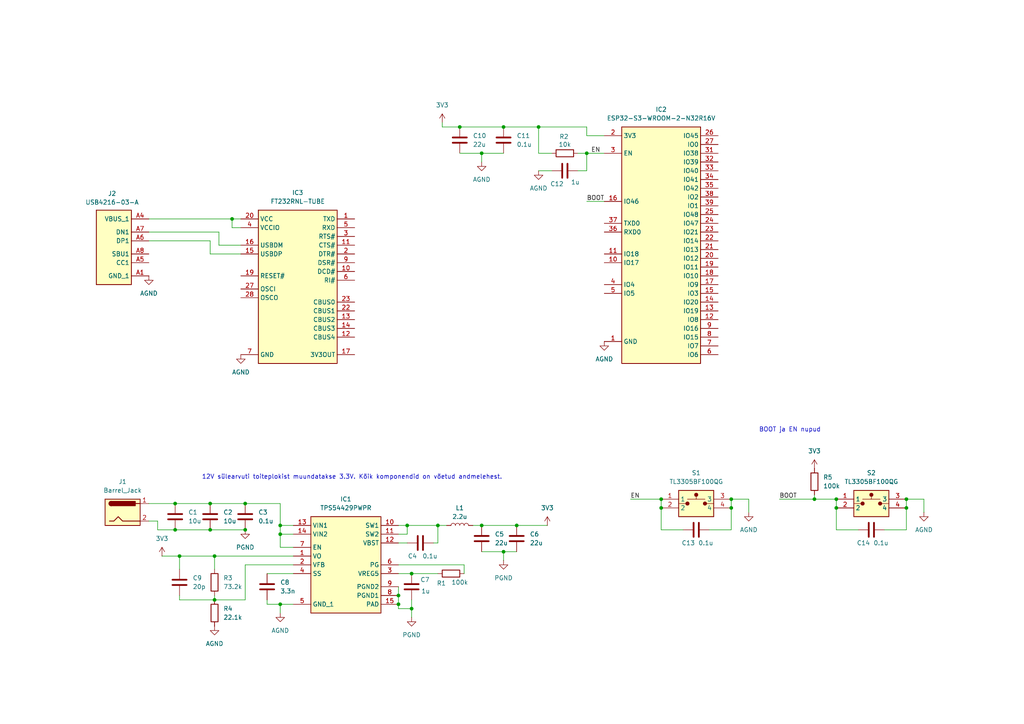
<source format=kicad_sch>
(kicad_sch (version 20250114) (generator "eeschema") (generator_version "9.0")
  (paper "A4")
  (lib_symbols
    (symbol "Connector:Barrel_Jack" (pin_names (offset 1.016))
      (property "Reference" "J" (at 0 5.334 0))
      (property "Value" "Barrel_Jack" (at 0 -5.08 0))
      (symbol "Barrel_Jack_0_1"
        (rectangle (start -5.08 3.81) (end 5.08 -3.81) (stroke (width 0.254)) (fill (type background)))
        (polyline (pts (xy -3.81 -2.54) (xy -2.54 -2.54) (xy -1.27 -1.27) (xy 0 -2.54) (xy 2.54 -2.54) (xy 5.08 -2.54)) (stroke (width 0.254)))
        (arc (start -3.302 1.905) (mid -3.9343 2.54) (end -3.302 3.175) (stroke (width 0.254)))
        (arc (start -3.302 1.905) (mid -3.9343 2.54) (end -3.302 3.175) (stroke (width 0.254)) (fill (type outline)))
        (rectangle (start 3.683 3.175) (end -3.302 1.905) (stroke (width 0.254)) (fill (type outline)))
        (polyline (pts (xy 5.08 2.54) (xy 3.81 2.54)) (stroke (width 0.254)))
      )
      (symbol "Barrel_Jack_1_1"
        (pin passive line (at 7.62 2.54 180) (length 2.54) (name "~") (number "1"))
        (pin passive line (at 7.62 -2.54 180) (length 2.54) (name "~") (number "2"))
      )
    )
    (symbol "Device:C" (pin_numbers (hide yes)) (pin_names (offset 0.254))
      (property "Reference" "C" (at 0.635 2.54 0))
      (property "Value" "C" (at 0.635 -2.54 0))
      (symbol "C_0_1"
        (polyline (pts (xy -2.032 0.762) (xy 2.032 0.762)) (stroke (width 0.508)))
        (polyline (pts (xy -2.032 -0.762) (xy 2.032 -0.762)) (stroke (width 0.508)))
      )
      (symbol "C_1_1"
        (pin passive line (at 0 3.81 270) (length 2.794) (name "~") (number "1"))
        (pin passive line (at 0 -3.81 90) (length 2.794) (name "~") (number "2"))
      )
    )
    (symbol "Device:L" (pin_numbers (hide yes)) (pin_names (offset 1.016) (hide yes))
      (property "Reference" "L" (at -1.27 0 90))
      (property "Value" "L" (at 1.905 0 90))
      (symbol "L_0_1"
        (arc (start 0 2.54) (mid 0.6323 1.905) (end 0 1.27))
        (arc (start 0 1.27) (mid 0.6323 0.635) (end 0 0))
        (arc (start 0 0) (mid 0.6323 -0.635) (end 0 -1.27))
        (arc (start 0 -1.27) (mid 0.6323 -1.905) (end 0 -2.54))
      )
      (symbol "L_1_1"
        (pin passive line (at 0 3.81 270) (length 1.27) (name "1") (number "1"))
        (pin passive line (at 0 -3.81 90) (length 1.27) (name "2") (number "2"))
      )
    )
    (symbol "Device:R" (pin_numbers (hide yes)) (pin_names (offset 0))
      (property "Reference" "R" (at 2.032 0 90))
      (property "Value" "R" (at 0 0 90))
      (symbol "R_0_1"
        (rectangle (start -1.016 -2.54) (end 1.016 2.54) (stroke (width 0.254)))
      )
      (symbol "R_1_1"
        (pin passive line (at 0 3.81 270) (length 1.27) (name "~") (number "1"))
        (pin passive line (at 0 -3.81 90) (length 1.27) (name "~") (number "2"))
      )
    )
    (symbol "ESP32-S3-WROOM-2-N32R16V:ESP32-S3-WROOM-2-N32R16V"
      (property "Reference" "IC2" (at 16.51 7.62 0))
      (property "Value" "ESP32-S3-WROOM-2-N32R16V" (at 16.51 5.08 0))
      (symbol "ESP32-S3-WROOM-2-N32R16V_1_1"
        (rectangle (start 5.08 2.54) (end 27.94 -66.04) (stroke (width 0.254)) (fill (type background)))
        (pin passive line (at 0 0 0) (length 5.08) (name "3V3") (number "2"))
        (pin passive line (at 0 -5.08 0) (length 5.08) (name "EN") (number "3"))
        (pin passive line (at 0 -19.05 0) (length 5.08) (name "IO46") (number "16"))
        (pin passive line (at 0 -25.4 0) (length 5.08) (name "TXD0") (number "37"))
        (pin passive line (at 0 -27.94 0) (length 5.08) (name "RXD0") (number "36"))
        (pin passive line (at 0 -34.29 0) (length 5.08) (name "IO18") (number "11"))
        (pin passive line (at 0 -36.83 0) (length 5.08) (name "IO17") (number "10"))
        (pin passive line (at 0 -43.18 0) (length 5.08) (name "IO4") (number "4"))
        (pin passive line (at 0 -45.72 0) (length 5.08) (name "IO5") (number "5"))
        (pin passive line (at 0 -59.69 0) (length 5.08) (name "GND") (number "1"))
        (pin passive line (at 0 -59.69 0) (length 5.08) (hide yes) (name "GND") (number "40"))
        (pin passive line (at 0 -59.69 0) (length 5.08) (hide yes) (name "GND") (number "41"))
        (pin passive line (at 0 -59.69 0) (length 5.08) (hide yes) (name "GND") (number "42"))
        (pin passive line (at 0 -59.69 0) (length 5.08) (hide yes) (name "GND") (number "43"))
        (pin passive line (at 0 -59.69 0) (length 5.08) (hide yes) (name "GND") (number "44"))
        (pin passive line (at 0 -59.69 0) (length 5.08) (hide yes) (name "GND") (number "45"))
        (pin passive line (at 0 -59.69 0) (length 5.08) (hide yes) (name "GND") (number "46"))
        (pin passive line (at 0 -59.69 0) (length 5.08) (hide yes) (name "GND") (number "47"))
        (pin passive line (at 0 -59.69 0) (length 5.08) (hide yes) (name "GND") (number "48"))
        (pin passive line (at 0 -59.69 0) (length 5.08) (hide yes) (name "GND") (number "49"))
        (pin passive line (at 0 -63.5 0) (length 5.08) (hide yes) (name "NC_1") (number "28"))
        (pin passive line (at 0 -63.5 0) (length 5.08) (hide yes) (name "NC_2") (number "29"))
        (pin passive line (at 0 -63.5 0) (length 5.08) (hide yes) (name "NC_3") (number "30"))
        (pin passive line (at 33.02 0 180) (length 5.08) (name "IO45") (number "26"))
        (pin passive line (at 33.02 -2.54 180) (length 5.08) (name "IO0") (number "27"))
        (pin passive line (at 33.02 -5.08 180) (length 5.08) (name "IO38") (number "31"))
        (pin passive line (at 33.02 -7.62 180) (length 5.08) (name "IO39") (number "32"))
        (pin passive line (at 33.02 -10.16 180) (length 5.08) (name "IO40") (number "33"))
        (pin passive line (at 33.02 -12.7 180) (length 5.08) (name "IO41") (number "34"))
        (pin passive line (at 33.02 -15.24 180) (length 5.08) (name "IO42") (number "35"))
        (pin passive line (at 33.02 -17.78 180) (length 5.08) (name "IO2") (number "38"))
        (pin passive line (at 33.02 -20.32 180) (length 5.08) (name "IO1") (number "39"))
        (pin passive line (at 33.02 -22.86 180) (length 5.08) (name "IO48") (number "25"))
        (pin passive line (at 33.02 -25.4 180) (length 5.08) (name "IO47") (number "24"))
        (pin passive line (at 33.02 -27.94 180) (length 5.08) (name "IO21") (number "23"))
        (pin passive line (at 33.02 -30.48 180) (length 5.08) (name "IO14") (number "22"))
        (pin passive line (at 33.02 -33.02 180) (length 5.08) (name "IO13") (number "21"))
        (pin passive line (at 33.02 -35.56 180) (length 5.08) (name "IO12") (number "20"))
        (pin passive line (at 33.02 -38.1 180) (length 5.08) (name "IO11") (number "19"))
        (pin passive line (at 33.02 -40.64 180) (length 5.08) (name "IO10") (number "18"))
        (pin passive line (at 33.02 -43.18 180) (length 5.08) (name "IO9") (number "17"))
        (pin passive line (at 33.02 -45.72 180) (length 5.08) (name "IO3") (number "15"))
        (pin passive line (at 33.02 -48.26 180) (length 5.08) (name "IO20") (number "14"))
        (pin passive line (at 33.02 -50.8 180) (length 5.08) (name "IO19") (number "13"))
        (pin passive line (at 33.02 -53.34 180) (length 5.08) (name "IO8") (number "12"))
        (pin passive line (at 33.02 -55.88 180) (length 5.08) (name "IO16") (number "9"))
        (pin passive line (at 33.02 -58.42 180) (length 5.08) (name "IO15") (number "8"))
        (pin passive line (at 33.02 -60.96 180) (length 5.08) (name "IO7") (number "7"))
        (pin passive line (at 33.02 -63.5 180) (length 5.08) (name "IO6") (number "6"))
      )
    )
    (symbol "FT232RNL-TUBE:FT232RNL-TUBE"
      (property "Reference" "IC3" (at 16.51 7.62 0))
      (property "Value" "FT232RNL-TUBE" (at 16.51 5.08 0))
      (symbol "FT232RNL-TUBE_1_1"
        (rectangle (start 5.08 2.54) (end 27.94 -41.91) (stroke (width 0.254)) (fill (type background)))
        (pin passive line (at 0 0 0) (length 5.08) (name "VCC") (number "20"))
        (pin passive line (at 0 -2.54 0) (length 5.08) (name "VCCIO") (number "4"))
        (pin passive line (at 0 -7.62 0) (length 5.08) (name "USBDM") (number "16"))
        (pin passive line (at 0 -10.16 0) (length 5.08) (name "USBDP") (number "15"))
        (pin passive line (at 0 -16.51 0) (length 5.08) (name "RESET#") (number "19"))
        (pin passive line (at 0 -20.32 0) (length 5.08) (name "OSCI") (number "27"))
        (pin passive line (at 0 -22.86 0) (length 5.08) (name "OSCO") (number "28"))
        (pin passive line (at 0 -35.56 0) (length 5.08) (hide yes) (name "NC_2") (number "24"))
        (pin passive line (at 0 -35.56 0) (length 5.08) (hide yes) (name "NC_1") (number "8"))
        (pin passive line (at 0 -39.37 0) (length 5.08) (hide yes) (name "GND_2") (number "18"))
        (pin passive line (at 0 -39.37 0) (length 5.08) (hide yes) (name "GND_3") (number "21"))
        (pin passive line (at 0 -39.37 0) (length 5.08) (hide yes) (name "AGND") (number "25"))
        (pin passive line (at 0 -39.37 0) (length 5.08) (name "GND") (number "7"))
        (pin passive line (at 1.27 -39.37 0) (length 5.08) (hide yes) (name "TEST") (number "26"))
        (pin passive line (at 33.02 0 180) (length 5.08) (name "TXD") (number "1"))
        (pin passive line (at 33.02 -2.54 180) (length 5.08) (name "RXD") (number "5"))
        (pin passive line (at 33.02 -5.08 180) (length 5.08) (name "RTS#") (number "3"))
        (pin passive line (at 33.02 -7.62 180) (length 5.08) (name "CTS#") (number "11"))
        (pin passive line (at 33.02 -10.16 180) (length 5.08) (name "DTR#") (number "2"))
        (pin passive line (at 33.02 -12.7 180) (length 5.08) (name "DSR#") (number "9"))
        (pin passive line (at 33.02 -15.24 180) (length 5.08) (name "DCD#") (number "10"))
        (pin passive line (at 33.02 -17.78 180) (length 5.08) (name "RI#") (number "6"))
        (pin passive line (at 33.02 -24.13 180) (length 5.08) (name "CBUS0") (number "23"))
        (pin passive line (at 33.02 -26.67 180) (length 5.08) (name "CBUS1") (number "22"))
        (pin passive line (at 33.02 -29.21 180) (length 5.08) (name "CBUS2") (number "13"))
        (pin passive line (at 33.02 -31.75 180) (length 5.08) (name "CBUS3") (number "14"))
        (pin passive line (at 33.02 -34.29 180) (length 5.08) (name "CBUS4") (number "12"))
        (pin passive line (at 33.02 -39.37 180) (length 5.08) (name "3V3OUT") (number "17"))
      )
    )
    (symbol "TL3305BF100QG:TL3305BF100QG"
      (property "Reference" "S1" (at 10.16 7.62 0))
      (property "Value" "TL3305BF100QG" (at 10.16 5.08 0))
      (symbol "TL3305BF100QG_0_1"
        (polyline (pts (xy 5.08 -1.27) (xy 7.62 -1.27)))
        (polyline (pts (xy 7.62 0) (xy 12.7 0)))
        (polyline (pts (xy 10.16 0) (xy 10.16 1.27)))
        (polyline (pts (xy 15.24 -1.27) (xy 12.7 -1.27)))
      )
      (symbol "TL3305BF100QG_1_1"
        (rectangle (start 5.08 2.54) (end 15.24 -5.08) (stroke (width 0.254)) (fill (type background)))
        (circle (center 7.62 -1.27) (radius 0.5) (fill (type outline)))
        (circle (center 10.16 1.27) (radius 0.5) (fill (type outline)))
        (circle (center 12.7 -1.27) (radius 0.5) (fill (type outline)))
        (pin passive line (at 0 0 0) (length 5.08) (name "1") (number "1"))
        (pin passive line (at 0 -2.54 0) (length 5.08) (name "2") (number "2"))
        (pin passive line (at 20.32 0 180) (length 5.08) (name "3") (number "3"))
        (pin passive line (at 20.32 -2.54 180) (length 5.08) (name "4") (number "4"))
      )
    )
    (symbol "TPS54429PWPR:TPS54429PWPR"
      (property "Reference" "IC1" (at 15.24 7.62 0))
      (property "Value" "TPS54429PWPR" (at 15.24 5.08 0))
      (symbol "TPS54429PWPR_1_1"
        (rectangle (start 5.08 2.54) (end 25.4 -25.4) (stroke (width 0.254)) (fill (type background)))
        (pin passive line (at 0 0 0) (length 5.08) (name "VIN1") (number "13"))
        (pin passive line (at 0 -2.54 0) (length 5.08) (name "VIN2") (number "14"))
        (pin passive line (at 0 -6.35 0) (length 5.08) (name "EN") (number "7"))
        (pin passive line (at 0 -8.89 0) (length 5.08) (name "VO") (number "1"))
        (pin passive line (at 0 -11.43 0) (length 5.08) (name "VFB") (number "2"))
        (pin passive line (at 0 -13.97 0) (length 5.08) (name "SS") (number "4"))
        (pin passive line (at 0 -22.86 0) (length 5.08) (name "GND_1") (number "5"))
        (pin passive line (at 30.48 0 180) (length 5.08) (name "SW1") (number "10"))
        (pin passive line (at 30.48 -2.54 180) (length 5.08) (name "SW2") (number "11"))
        (pin passive line (at 30.48 -5.08 180) (length 5.08) (name "VBST") (number "12"))
        (pin passive line (at 30.48 -11.43 180) (length 5.08) (name "PG") (number "6"))
        (pin passive line (at 30.48 -13.97 180) (length 5.08) (name "VREG5") (number "3"))
        (pin passive line (at 30.48 -17.78 180) (length 5.08) (name "PGND2") (number "9"))
        (pin passive line (at 30.48 -20.32 180) (length 5.08) (name "PGND1") (number "8"))
        (pin passive line (at 30.48 -22.86 180) (length 5.08) (name "PAD") (number "15"))
      )
    )
    (symbol "USB4216-03-A:USB4216-03-A"
      (property "Reference" "J2" (at 22.352 7.366 0))
      (property "Value" "USB4216-03-A" (at 22.352 4.826 0))
      (symbol "USB4216-03-A_1_1"
        (rectangle (start 17.78 2.54) (end 27.94 -19.05) (stroke (width 0.254)) (fill (type background)))
        (pin passive line (at 33.02 0 180) (length 5.08) (name "VBUS_1") (number "A4"))
        (pin passive line (at 33.02 0 180) (length 5.08) (hide yes) (name "VBUS_2") (number "B4"))
        (pin passive line (at 33.02 -3.81 180) (length 5.08) (name "DN1") (number "A7"))
        (pin passive line (at 33.02 -3.81 180) (length 5.08) (hide yes) (name "DN2") (number "B7"))
        (pin passive line (at 33.02 -6.35 180) (length 5.08) (name "DP1") (number "A6"))
        (pin passive line (at 33.02 -6.35 180) (length 5.08) (hide yes) (name "DP2") (number "B6"))
        (pin passive line (at 33.02 -10.16 180) (length 5.08) (name "SBU1") (number "A8"))
        (pin passive line (at 33.02 -10.16 180) (length 5.08) (hide yes) (name "SBU2") (number "B8"))
        (pin passive line (at 33.02 -12.7 180) (length 5.08) (name "CC1") (number "A5"))
        (pin passive line (at 33.02 -12.7 180) (length 5.08) (hide yes) (name "CC2") (number "B5"))
        (pin passive line (at 33.02 -16.51 180) (length 5.08) (name "GND_1") (number "A1"))
        (pin passive line (at 33.02 -16.51 180) (length 5.08) (hide yes) (name "GND_2") (number "B1"))
        (pin passive line (at 33.02 -16.51 180) (length 5.08) (hide yes) (name "GND_3") (number "G1"))
        (pin passive line (at 33.02 -16.51 180) (length 5.08) (hide yes) (name "GND_4") (number "G2"))
        (pin passive line (at 33.02 -16.51 180) (length 5.08) (hide yes) (name "GND_5") (number "G3"))
        (pin passive line (at 33.02 -16.51 180) (length 5.08) (hide yes) (name "GND_6") (number "G4"))
      )
    )
    (symbol "power:GND" (power) (pin_numbers (hide yes)) (pin_names (offset 0) (hide yes))
      (property "Value" "GND" (at 0 -3.81 0))
      (symbol "GND_0_1"
        (polyline (pts (xy 0 0) (xy 0 -1.27) (xy 1.27 -1.27) (xy 0 -2.54) (xy -1.27 -1.27) (xy 0 -1.27)))
      )
      (symbol "GND_1_1"
        (pin power_in line (at 0 0 270) (length 0) (name "~") (number "1"))
      )
    )
    (symbol "power:VCC" (power) (pin_numbers (hide yes)) (pin_names (offset 0) (hide yes))
      (property "Value" "VCC" (at 0 3.556 0))
      (symbol "VCC_0_1"
        (polyline (pts (xy -0.762 1.27) (xy 0 2.54)))
        (polyline (pts (xy 0 2.54) (xy 0.762 1.27)))
        (polyline (pts (xy 0 0) (xy 0 2.54)))
      )
      (symbol "VCC_1_1"
        (pin power_in line (at 0 0 90) (length 0) (name "~") (number "1"))
      )
    )
  )
  (text "BOOT ja EN nupud" (at 229.108 124.714 0) (effects (font (size 1.27 1.27))))
  (text "12V sülearvuti toiteplokist muundatakse 3.3V. Kõik komponendid on võetud andmelehest." (at 102.108 138.43 0) (effects (font (size 1.27 1.27))))
  (junction (at 156.21 36.83))
  (junction (at 81.28 154.94))
  (junction (at 146.05 36.83))
  (junction (at 119.38 176.53))
  (junction (at 242.57 144.78))
  (junction (at 119.38 166.37))
  (junction (at 146.05 160.02))
  (junction (at 139.7 44.45))
  (junction (at 115.57 175.26))
  (junction (at 50.8 153.67))
  (junction (at 71.12 146.05))
  (junction (at 50.8 146.05))
  (junction (at 52.07 161.29))
  (junction (at 62.23 161.29))
  (junction (at 60.96 153.67))
  (junction (at 81.28 175.26))
  (junction (at 62.23 173.99))
  (junction (at 212.09 144.78))
  (junction (at 139.7 152.4))
  (junction (at 71.12 153.67))
  (junction (at 133.35 36.83))
  (junction (at 60.96 146.05))
  (junction (at 170.18 44.45))
  (junction (at 236.22 144.78))
  (junction (at 191.77 144.78))
  (junction (at 191.77 147.32))
  (junction (at 115.57 172.72))
  (junction (at 262.89 147.32))
  (junction (at 127 152.4))
  (junction (at 81.28 152.4))
  (junction (at 262.89 144.78))
  (junction (at 212.09 147.32))
  (junction (at 118.11 152.4))
  (junction (at 149.86 152.4))
  (junction (at 67.31 63.5))
  (junction (at 242.57 147.32))
  (wire (pts (xy 167.64 44.45) (xy 170.18 44.45)))
  (wire (pts (xy 160.02 44.45) (xy 156.21 44.45)))
  (wire (pts (xy 71.12 163.83) (xy 85.09 163.83)))
  (wire (pts (xy 139.7 160.02) (xy 146.05 160.02)))
  (wire (pts (xy 170.18 44.45) (xy 170.18 49.53)))
  (wire (pts (xy 242.57 153.67) (xy 248.92 153.67)))
  (wire (pts (xy 119.38 173.99) (xy 119.38 176.53)))
  (wire (pts (xy 170.18 58.42) (xy 175.26 58.42)))
  (wire (pts (xy 127 157.48) (xy 127 152.4)))
  (wire (pts (xy 170.18 39.37) (xy 175.26 39.37)))
  (wire (pts (xy 50.8 146.05) (xy 60.96 146.05)))
  (wire (pts (xy 43.18 63.5) (xy 67.31 63.5)))
  (wire (pts (xy 170.18 36.83) (xy 170.18 39.37)))
  (wire (pts (xy 81.28 152.4) (xy 81.28 154.94)))
  (wire (pts (xy 119.38 179.07) (xy 119.38 176.53)))
  (wire (pts (xy 139.7 44.45) (xy 146.05 44.45)))
  (wire (pts (xy 52.07 173.99) (xy 62.23 173.99)))
  (wire (pts (xy 43.18 146.05) (xy 50.8 146.05)))
  (wire (pts (xy 139.7 152.4) (xy 149.86 152.4)))
  (wire (pts (xy 256.54 153.67) (xy 262.89 153.67)))
  (wire (pts (xy 45.72 151.13) (xy 45.72 153.67)))
  (wire (pts (xy 146.05 36.83) (xy 156.21 36.83)))
  (wire (pts (xy 115.57 163.83) (xy 134.62 163.83)))
  (wire (pts (xy 81.28 158.75) (xy 85.09 158.75)))
  (wire (pts (xy 170.18 49.53) (xy 167.64 49.53)))
  (wire (pts (xy 81.28 154.94) (xy 81.28 158.75)))
  (wire (pts (xy 236.22 143.51) (xy 236.22 144.78)))
  (wire (pts (xy 115.57 172.72) (xy 115.57 175.26)))
  (wire (pts (xy 77.47 173.99) (xy 77.47 175.26)))
  (wire (pts (xy 67.31 63.5) (xy 69.85 63.5)))
  (wire (pts (xy 149.86 152.4) (xy 158.75 152.4)))
  (wire (pts (xy 46.99 161.29) (xy 52.07 161.29)))
  (wire (pts (xy 267.97 144.78) (xy 267.97 148.59)))
  (wire (pts (xy 115.57 170.18) (xy 115.57 172.72)))
  (wire (pts (xy 191.77 147.32) (xy 191.77 153.67)))
  (wire (pts (xy 52.07 172.72) (xy 52.07 173.99)))
  (wire (pts (xy 146.05 160.02) (xy 146.05 162.56)))
  (wire (pts (xy 77.47 166.37) (xy 85.09 166.37)))
  (wire (pts (xy 133.35 44.45) (xy 139.7 44.45)))
  (wire (pts (xy 115.57 152.4) (xy 118.11 152.4)))
  (wire (pts (xy 242.57 147.32) (xy 242.57 153.67)))
  (wire (pts (xy 128.27 35.56) (xy 128.27 36.83)))
  (wire (pts (xy 43.18 69.85) (xy 60.96 69.85)))
  (wire (pts (xy 71.12 146.05) (xy 81.28 146.05)))
  (wire (pts (xy 137.16 152.4) (xy 139.7 152.4)))
  (wire (pts (xy 52.07 165.1) (xy 52.07 161.29)))
  (wire (pts (xy 81.28 152.4) (xy 85.09 152.4)))
  (wire (pts (xy 85.09 161.29) (xy 62.23 161.29)))
  (wire (pts (xy 191.77 153.67) (xy 198.12 153.67)))
  (wire (pts (xy 134.62 163.83) (xy 134.62 166.37)))
  (wire (pts (xy 156.21 36.83) (xy 170.18 36.83)))
  (wire (pts (xy 63.5 71.12) (xy 69.85 71.12)))
  (wire (pts (xy 242.57 144.78) (xy 242.57 147.32)))
  (wire (pts (xy 262.89 153.67) (xy 262.89 147.32)))
  (wire (pts (xy 170.18 44.45) (xy 175.26 44.45)))
  (wire (pts (xy 262.89 147.32) (xy 262.89 144.78)))
  (wire (pts (xy 212.09 147.32) (xy 212.09 144.78)))
  (wire (pts (xy 182.88 144.78) (xy 191.77 144.78)))
  (wire (pts (xy 118.11 152.4) (xy 127 152.4)))
  (wire (pts (xy 146.05 160.02) (xy 149.86 160.02)))
  (wire (pts (xy 50.8 153.67) (xy 60.96 153.67)))
  (wire (pts (xy 81.28 154.94) (xy 85.09 154.94)))
  (wire (pts (xy 115.57 175.26) (xy 115.57 176.53)))
  (wire (pts (xy 217.17 144.78) (xy 217.17 148.59)))
  (wire (pts (xy 115.57 176.53) (xy 119.38 176.53)))
  (wire (pts (xy 69.85 66.04) (xy 67.31 66.04)))
  (wire (pts (xy 60.96 73.66) (xy 69.85 73.66)))
  (wire (pts (xy 81.28 175.26) (xy 85.09 175.26)))
  (wire (pts (xy 67.31 63.5) (xy 67.31 66.04)))
  (wire (pts (xy 236.22 144.78) (xy 242.57 144.78)))
  (wire (pts (xy 62.23 173.99) (xy 71.12 173.99)))
  (wire (pts (xy 77.47 175.26) (xy 81.28 175.26)))
  (wire (pts (xy 52.07 161.29) (xy 62.23 161.29)))
  (wire (pts (xy 62.23 161.29) (xy 62.23 165.1)))
  (wire (pts (xy 119.38 166.37) (xy 127 166.37)))
  (wire (pts (xy 212.09 153.67) (xy 212.09 147.32)))
  (wire (pts (xy 226.06 144.78) (xy 236.22 144.78)))
  (wire (pts (xy 81.28 152.4) (xy 81.28 146.05)))
  (wire (pts (xy 43.18 151.13) (xy 45.72 151.13)))
  (wire (pts (xy 127 152.4) (xy 129.54 152.4)))
  (wire (pts (xy 115.57 154.94) (xy 118.11 154.94)))
  (wire (pts (xy 60.96 153.67) (xy 71.12 153.67)))
  (wire (pts (xy 43.18 67.31) (xy 63.5 67.31)))
  (wire (pts (xy 262.89 144.78) (xy 267.97 144.78)))
  (wire (pts (xy 115.57 166.37) (xy 119.38 166.37)))
  (wire (pts (xy 81.28 175.26) (xy 81.28 177.8)))
  (wire (pts (xy 156.21 44.45) (xy 156.21 36.83)))
  (wire (pts (xy 115.57 157.48) (xy 118.11 157.48)))
  (wire (pts (xy 125.73 157.48) (xy 127 157.48)))
  (wire (pts (xy 62.23 173.99) (xy 62.23 172.72)))
  (wire (pts (xy 212.09 144.78) (xy 217.17 144.78)))
  (wire (pts (xy 191.77 144.78) (xy 191.77 147.32)))
  (wire (pts (xy 45.72 153.67) (xy 50.8 153.67)))
  (wire (pts (xy 118.11 152.4) (xy 118.11 154.94)))
  (wire (pts (xy 205.74 153.67) (xy 212.09 153.67)))
  (wire (pts (xy 60.96 69.85) (xy 60.96 73.66)))
  (wire (pts (xy 128.27 36.83) (xy 133.35 36.83)))
  (wire (pts (xy 60.96 146.05) (xy 71.12 146.05)))
  (wire (pts (xy 71.12 173.99) (xy 71.12 163.83)))
  (wire (pts (xy 139.7 44.45) (xy 139.7 46.99)))
  (wire (pts (xy 156.21 49.53) (xy 160.02 49.53)))
  (wire (pts (xy 63.5 67.31) (xy 63.5 71.12)))
  (wire (pts (xy 133.35 36.83) (xy 146.05 36.83)))
  (label "BOOT" (at 226.06 144.78 0))
  (label "EN" (at 171.45 44.45 0))
  (label "BOOT" (at 170.18 58.42 0))
  (label "EN" (at 182.88 144.78 0))
  (symbol (lib_id "Device:C") (at 133.35 40.64 0) (unit 1)
    (property "Reference" "C10" (at 137.16 39.3699 0) (effects (justify left)))
    (property "Value" "22u" (at 137.16 41.9099 0) (effects (justify left)))
    (property "Description" "Unpolarized capacitor" (effects (hide yes)))
  )
  (symbol (lib_id "power:VCC") (at 158.75 152.4 0) (unit 1)
    (property "Reference" "#PWR03" (effects (hide yes)))
    (property "Value" "3V3" (at 158.75 147.32 0))
    (property "Description" "Power symbol creates a global label with name \"VCC\"" (effects (hide yes)))
  )
  (symbol (lib_id "TPS54429PWPR:TPS54429PWPR") (at 85.09 152.4 0) (unit 1)
    (property "Reference" "IC1" (at 100.33 144.78 0))
    (property "Value" "TPS54429PWPR" (at 100.33 147.32 0))
    (property "Footprint" "SOP65P640X120-15N" (effects (hide yes)))
    (property "Datasheet" "http://www.ti.com/lit/gpn/tps54429" (effects (hide yes)))
    (property "Description" "7V to 18V Input, 4.5A Synchronous Step-Down DCAP2 Mode Converter" (effects (hide yes)))
    (property "Height" "1.2" (effects (hide yes)))
    (property "Mouser Part Number" "595-TPS54429PWPR" (effects (hide yes)))
    (property "Mouser Price/Stock" "https://www.mouser.co.uk/ProductDetail/Texas-Instruments/TPS54429PWPR?qs=QtI0yD1FyONGxDVqigl07Q%3D%3D" (effects (hide yes)))
    (property "Manufacturer_Name" "Texas Instruments" (effects (hide yes)))
    (property "Manufacturer_Part_Number" "TPS54429PWPR" (effects (hide yes)))
  )
  (symbol (lib_id "TL3305BF100QG:TL3305BF100QG") (at 242.57 144.78 0) (unit 1)
    (property "Reference" "S2" (at 252.73 137.16 0))
    (property "Value" "TL3305BF100QG" (at 252.73 139.7 0))
    (property "Footprint" "TL3305BF160QG" (effects (hide yes)))
    (property "Datasheet" "https://configured-product-images.s3.amazonaws.com/2D/specs/TL3305BF100QG.pdf" (effects (hide yes)))
    (property "Description" "TACT, 50mA, 12VDC SPST-NO, Off-(On) Surface Mount" (effects (hide yes)))
    (property "Mouser Part Number" "612-TL3305BF100QG" (effects (hide yes)))
    (property "Mouser Price/Stock" "https://www.mouser.co.uk/ProductDetail/E-Switch/TL3305BF100QG?qs=IKkN%2F947nfDIPwqPQja%252BvQ%3D%3D" (effects (hide yes)))
    (property "Manufacturer_Name" "E-Switch" (effects (hide yes)))
    (property "Manufacturer_Part_Number" "TL3305BF100QG" (effects (hide yes)))
  )
  (symbol (lib_id "power:GND") (at 267.97 148.59 0) (unit 1)
    (property "Reference" "#PWR013" (effects (hide yes)))
    (property "Value" "AGND" (at 267.97 153.67 0))
    (property "Description" "Power symbol creates a global label with name \"GND\" , ground" (effects (hide yes)))
  )
  (symbol (lib_id "Device:C") (at 60.96 149.86 0) (unit 1)
    (property "Reference" "C2" (at 64.77 148.5899 0) (effects (justify left)))
    (property "Value" "10u" (at 64.77 151.1299 0) (effects (justify left)))
    (property "Description" "Unpolarized capacitor" (effects (hide yes)))
  )
  (symbol (lib_id "Device:C") (at 119.38 170.18 0) (unit 1)
    (property "Reference" "C7" (at 121.92 168.148 0) (effects (justify left)))
    (property "Value" "1u" (at 122.174 171.45 0) (effects (justify left)))
    (property "Description" "Unpolarized capacitor" (effects (hide yes)))
  )
  (symbol (lib_id "Device:R") (at 236.22 139.7 0) (unit 1)
    (property "Reference" "R5" (at 238.76 138.4299 0) (effects (justify left)))
    (property "Value" "100k" (at 238.76 140.9699 0) (effects (justify left)))
    (property "Description" "Resistor" (effects (hide yes)))
  )
  (symbol (lib_id "power:GND") (at 71.12 153.67 0) (unit 1)
    (property "Reference" "#PWR01" (effects (hide yes)))
    (property "Value" "PGND" (at 71.12 158.75 0))
    (property "Description" "Power symbol creates a global label with name \"GND\" , ground" (effects (hide yes)))
  )
  (symbol (lib_id "Device:C") (at 149.86 156.21 0) (unit 1)
    (property "Reference" "C6" (at 153.67 154.9399 0) (effects (justify left)))
    (property "Value" "22u" (at 153.67 157.4799 0) (effects (justify left)))
    (property "Description" "Unpolarized capacitor" (effects (hide yes)))
  )
  (symbol (lib_id "Device:C") (at 146.05 40.64 0) (unit 1)
    (property "Reference" "C11" (at 149.86 39.3699 0) (effects (justify left)))
    (property "Value" "0.1u" (at 149.86 41.9099 0) (effects (justify left)))
    (property "Description" "Unpolarized capacitor" (effects (hide yes)))
  )
  (symbol (lib_id "Device:C") (at 77.47 170.18 0) (unit 1)
    (property "Reference" "C8" (at 81.28 168.9099 0) (effects (justify left)))
    (property "Value" "3.3n" (at 81.28 171.4499 0) (effects (justify left)))
    (property "Description" "Unpolarized capacitor" (effects (hide yes)))
  )
  (symbol (lib_id "power:GND") (at 217.17 148.59 0) (unit 1)
    (property "Reference" "#PWR012" (effects (hide yes)))
    (property "Value" "AGND" (at 217.17 153.67 0))
    (property "Description" "Power symbol creates a global label with name \"GND\" , ground" (effects (hide yes)))
  )
  (symbol (lib_id "Device:C") (at 71.12 149.86 0) (unit 1)
    (property "Reference" "C3" (at 74.93 148.5899 0) (effects (justify left)))
    (property "Value" "0.1u" (at 74.93 151.1299 0) (effects (justify left)))
    (property "Description" "Unpolarized capacitor" (effects (hide yes)))
  )
  (symbol (lib_id "Device:C") (at 50.8 149.86 0) (unit 1)
    (property "Reference" "C1" (at 54.61 148.5899 0) (effects (justify left)))
    (property "Value" "10u" (at 54.61 151.1299 0) (effects (justify left)))
    (property "Description" "Unpolarized capacitor" (effects (hide yes)))
  )
  (symbol (lib_id "Device:C") (at 163.83 49.53 90) (unit 1)
    (property "Reference" "C12" (at 161.544 53.34 90))
    (property "Value" "1u" (at 166.878 52.832 90))
    (property "Description" "Unpolarized capacitor" (effects (hide yes)))
  )
  (symbol (lib_id "power:GND") (at 69.85 102.87 0) (unit 1)
    (property "Reference" "#PWR015" (effects (hide yes)))
    (property "Value" "AGND" (at 69.85 107.95 0))
    (property "Description" "Power symbol creates a global label with name \"GND\" , ground" (effects (hide yes)))
  )
  (symbol (lib_id "TL3305BF100QG:TL3305BF100QG") (at 191.77 144.78 0) (unit 1)
    (property "Reference" "S1" (at 201.93 137.16 0))
    (property "Value" "TL3305BF100QG" (at 201.93 139.7 0))
    (property "Footprint" "TL3305BF160QG" (effects (hide yes)))
    (property "Datasheet" "https://configured-product-images.s3.amazonaws.com/2D/specs/TL3305BF100QG.pdf" (effects (hide yes)))
    (property "Description" "TACT, 50mA, 12VDC SPST-NO, Off-(On) Surface Mount" (effects (hide yes)))
    (property "Mouser Part Number" "612-TL3305BF100QG" (effects (hide yes)))
    (property "Mouser Price/Stock" "https://www.mouser.co.uk/ProductDetail/E-Switch/TL3305BF100QG?qs=IKkN%2F947nfDIPwqPQja%252BvQ%3D%3D" (effects (hide yes)))
    (property "Manufacturer_Name" "E-Switch" (effects (hide yes)))
    (property "Manufacturer_Part_Number" "TL3305BF100QG" (effects (hide yes)))
  )
  (symbol (lib_id "Device:C") (at 201.93 153.67 90) (unit 1)
    (property "Reference" "C13" (at 199.644 157.48 90))
    (property "Value" "0.1u" (at 204.724 157.48 90))
    (property "Description" "Unpolarized capacitor" (effects (hide yes)))
  )
  (symbol (lib_id "Device:C") (at 52.07 168.91 0) (unit 1)
    (property "Reference" "C9" (at 55.88 167.6399 0) (effects (justify left)))
    (property "Value" "20p" (at 55.88 170.1799 0) (effects (justify left)))
    (property "Description" "Unpolarized capacitor" (effects (hide yes)))
  )
  (symbol (lib_id "power:VCC") (at 236.22 135.89 0) (unit 1)
    (property "Reference" "#PWR014" (effects (hide yes)))
    (property "Value" "3V3" (at 236.22 130.81 0))
    (property "Description" "Power symbol creates a global label with name \"VCC\"" (effects (hide yes)))
  )
  (symbol (lib_id "power:GND") (at 43.18 80.01 0) (unit 1)
    (property "Reference" "#PWR016" (effects (hide yes)))
    (property "Value" "AGND" (at 43.18 85.09 0))
    (property "Description" "Power symbol creates a global label with name \"GND\" , ground" (effects (hide yes)))
  )
  (symbol (lib_id "power:VCC") (at 128.27 35.56 0) (unit 1)
    (property "Reference" "#PWR06" (effects (hide yes)))
    (property "Value" "3V3" (at 128.27 30.48 0))
    (property "Description" "Power symbol creates a global label with name \"VCC\"" (effects (hide yes)))
  )
  (symbol (lib_id "Device:R") (at 130.81 166.37 90) (unit 1)
    (property "Reference" "R1" (at 128.016 169.164 90))
    (property "Value" "100k" (at 133.35 168.91 90))
    (property "Description" "Resistor" (effects (hide yes)))
  )
  (symbol (lib_id "Device:R") (at 62.23 168.91 0) (unit 1)
    (property "Reference" "R3" (at 64.77 167.6399 0) (effects (justify left)))
    (property "Value" "73.2k" (at 64.77 170.1799 0) (effects (justify left)))
    (property "Description" "Resistor" (effects (hide yes)))
  )
  (symbol (lib_id "power:GND") (at 146.05 162.56 0) (unit 1)
    (property "Reference" "#PWR02" (effects (hide yes)))
    (property "Value" "PGND" (at 146.05 167.64 0))
    (property "Description" "Power symbol creates a global label with name \"GND\" , ground" (effects (hide yes)))
  )
  (symbol (lib_id "ESP32-S3-WROOM-2-N32R16V:ESP32-S3-WROOM-2-N32R16V") (at 175.26 39.37 0) (unit 1)
    (property "Reference" "IC2" (at 191.77 31.75 0))
    (property "Value" "ESP32-S3-WROOM-2-N32R16V" (at 191.77 34.29 0))
    (property "Footprint" "ESP32S3WROOM2N32R16V" (effects (hide yes)))
    (property "Datasheet" "https://www.digikey.in/en/products/detail/espressif-systems/ESP32-S3-WROOM-2-N32R16V/25811280" (effects (hide yes)))
    (property "Description" "Bluetooth, WiFi 802.11b/g/n, Bluetooth v5.0 Transceiver Module 2.4GHz PCB Trace Surface Mount" (effects (hide yes)))
    (property "Height" "3.25" (effects (hide yes)))
    (property "Mouser Part Number" "356-SP32S3WM2N32R16V" (effects (hide yes)))
    (property "Mouser Price/Stock" "https://www.mouser.co.uk/ProductDetail/Espressif-Systems/ESP32-S3-WROOM-2-N32R16V?qs=%252BHhoWzUJg4Kf%2FwmS40wg%252BQ%3D%3D" (effects (hide yes)))
    (property "Manufacturer_Name" "Espressif Systems" (effects (hide yes)))
    (property "Manufacturer_Part_Number" "ESP32-S3-WROOM-2-N32R16V" (effects (hide yes)))
  )
  (symbol (lib_id "power:GND") (at 175.26 99.06 0) (unit 1)
    (property "Reference" "#PWR09" (effects (hide yes)))
    (property "Value" "AGND" (at 175.26 104.14 0))
    (property "Description" "Power symbol creates a global label with name \"GND\" , ground" (effects (hide yes)))
  )
  (symbol (lib_id "Device:C") (at 252.73 153.67 90) (unit 1)
    (property "Reference" "C14" (at 250.444 157.48 90))
    (property "Value" "0.1u" (at 255.524 157.48 90))
    (property "Description" "Unpolarized capacitor" (effects (hide yes)))
  )
  (symbol (lib_id "Device:L") (at 133.35 152.4 90) (unit 1)
    (property "Reference" "L1" (at 133.35 147.32 90))
    (property "Value" "2.2u" (at 133.35 149.86 90))
    (property "Description" "Inductor" (effects (hide yes)))
  )
  (symbol (lib_id "power:GND") (at 62.23 181.61 0) (unit 1)
    (property "Reference" "#PWR07" (effects (hide yes)))
    (property "Value" "AGND" (at 62.23 186.69 0))
    (property "Description" "Power symbol creates a global label with name \"GND\" , ground" (effects (hide yes)))
  )
  (symbol (lib_id "power:GND") (at 81.28 177.8 0) (unit 1)
    (property "Reference" "#PWR05" (effects (hide yes)))
    (property "Value" "AGND" (at 81.28 182.88 0))
    (property "Description" "Power symbol creates a global label with name \"GND\" , ground" (effects (hide yes)))
  )
  (symbol (lib_id "Device:R") (at 163.83 44.45 90) (unit 1)
    (property "Reference" "R2" (at 163.576 39.624 90))
    (property "Value" "10k" (at 163.83 41.91 90))
    (property "Description" "Resistor" (effects (hide yes)))
  )
  (symbol (lib_id "USB4216-03-A:USB4216-03-A") (at 10.16 63.5 0) (unit 1)
    (property "Reference" "J2" (at 32.512 56.134 0))
    (property "Value" "USB4216-03-A" (at 32.512 58.674 0))
    (property "Footprint" "USB421603A" (effects (hide yes)))
    (property "Description" "USB Connectors USB C Receptacle, Short Body, USB2.0, 16Pin, Horizontal, SMT" (effects (hide yes)))
    (property "Manufacturer_Name" "GCT (GLOBAL CONNECTOR TECHNOLOGY)" (effects (hide yes)))
    (property "Manufacturer_Part_Number" "USB4216-03-A" (effects (hide yes)))
  )
  (symbol (lib_id "power:GND") (at 119.38 179.07 0) (unit 1)
    (property "Reference" "#PWR04" (effects (hide yes)))
    (property "Value" "PGND" (at 119.38 184.15 0))
    (property "Description" "Power symbol creates a global label with name \"GND\" , ground" (effects (hide yes)))
  )
  (symbol (lib_id "Device:C") (at 121.92 157.48 90) (unit 1)
    (property "Reference" "C4" (at 119.634 161.29 90))
    (property "Value" "0.1u" (at 124.714 161.29 90))
    (property "Description" "Unpolarized capacitor" (effects (hide yes)))
  )
  (symbol (lib_id "FT232RNL-TUBE:FT232RNL-TUBE") (at 69.85 63.5 0) (unit 1)
    (property "Reference" "IC3" (at 86.36 55.88 0))
    (property "Value" "FT232RNL-TUBE" (at 86.36 58.42 0))
    (property "Footprint" "SOP65P780X200-28N" (effects (hide yes)))
    (property "Datasheet" "https://ftdichip.com/wp-content/uploads/2023/03/DS_FT232RN.pdf" (effects (hide yes)))
    (property "Description" "USB Interface IC USB Full Speed to Serial UART IC, Includes Oscillator and EEPROM, SSOP-28" (effects (hide yes)))
    (property "Height" "2" (effects (hide yes)))
    (property "Mouser Part Number" "895-FT232RNL-TUBE" (effects (hide yes)))
    (property "Mouser Price/Stock" "https://www.mouser.co.uk/ProductDetail/FTDI/FT232RNL-TUBE?qs=By6Nw2ByBD3n6DWgWW3egA%3D%3D" (effects (hide yes)))
    (property "Manufacturer_Name" "FTDI Chip" (effects (hide yes)))
    (property "Manufacturer_Part_Number" "FT232RNL-TUBE" (effects (hide yes)))
  )
  (symbol (lib_id "Device:R") (at 62.23 177.8 0) (unit 1)
    (property "Reference" "R4" (at 64.77 176.5299 0) (effects (justify left)))
    (property "Value" "22.1k" (at 64.77 179.0699 0) (effects (justify left)))
    (property "Description" "Resistor" (effects (hide yes)))
  )
  (symbol (lib_id "Device:C") (at 139.7 156.21 0) (unit 1)
    (property "Reference" "C5" (at 143.51 154.9399 0) (effects (justify left)))
    (property "Value" "22u" (at 143.51 157.4799 0) (effects (justify left)))
    (property "Description" "Unpolarized capacitor" (effects (hide yes)))
  )
  (symbol (lib_id "power:GND") (at 156.21 49.53 0) (unit 1)
    (property "Reference" "#PWR011" (effects (hide yes)))
    (property "Value" "AGND" (at 156.21 54.61 0))
    (property "Description" "Power symbol creates a global label with name \"GND\" , ground" (effects (hide yes)))
  )
  (symbol (lib_id "Connector:Barrel_Jack") (at 35.56 148.59 0) (unit 1)
    (property "Reference" "J1" (at 35.56 139.7 0))
    (property "Value" "Barrel_Jack" (at 35.56 142.24 0))
    (property "Description" "DC Barrel Jack" (effects (hide yes)))
  )
  (symbol (lib_id "power:GND") (at 139.7 46.99 0) (unit 1)
    (property "Reference" "#PWR010" (effects (hide yes)))
    (property "Value" "AGND" (at 139.7 52.07 0))
    (property "Description" "Power symbol creates a global label with name \"GND\" , ground" (effects (hide yes)))
  )
  (symbol (lib_id "power:VCC") (at 46.99 161.29 0) (unit 1)
    (property "Reference" "#PWR08" (effects (hide yes)))
    (property "Value" "3V3" (at 46.99 156.21 0))
    (property "Description" "Power symbol creates a global label with name \"VCC\"" (effects (hide yes)))
  )
)
</source>
